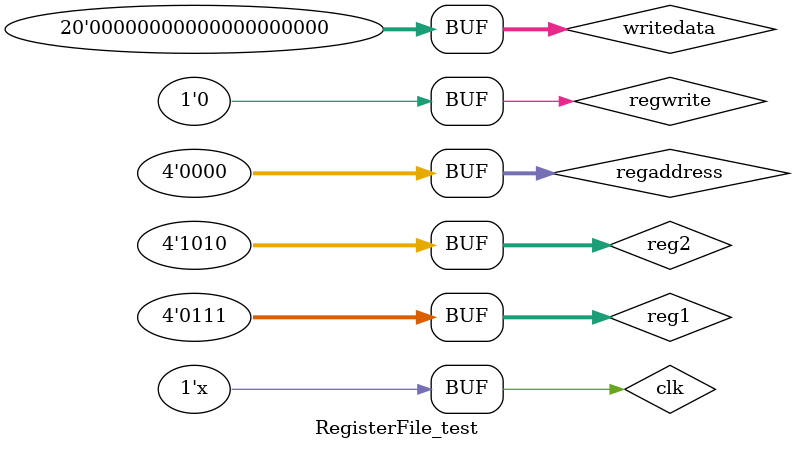
<source format=v>
`timescale 1ns / 1ps


module RegisterFile_test;

	// Inputs
	reg [3:0] reg1;
	reg [3:0] reg2;
	reg [3:0] regaddress;
	reg regwrite;
	reg [19:0] writedata;
	reg clk;

	// Outputs
	wire [19:0] reg1out;
	wire [19:0] reg2out;

	// Instantiate the Unit Under Test (UUT)
	RegisterFile uut (
		.reg1(reg1), 
		.reg2(reg2), 
		.regaddress(regaddress), 
		.regwrite(regwrite), 
		.writedata(writedata), 
		.clk(clk), 
		.reg1out(reg1out), 
		.reg2out(reg2out)
	);

	initial begin
		// Initialize Inputs
		reg1 = 0;
		reg2 = 0;
		regaddress = 0;
		regwrite = 0;
		writedata = 0;
		clk = 0;

		// Wait 100 ns for global reset to finish
		#100;
        
		// Add stimulus here
		
		reg1 = 3;
		reg2 = 4;
		regaddress = 3;
		regwrite = 1;
		writedata = 2;
		#100;
		
		reg1 = 3;
		reg2 = 4;
		regaddress = 4;
		regwrite = 1;
		writedata = 4;
		#100;
		
		reg1 = 3;
		reg2 = 4;
		regaddress = 0;
		regwrite = 0;
		writedata = 0;
		#100;
		
		reg1 = 7;
		reg2 = 10;
		regaddress = 0;
		regwrite = 0;
		writedata = 0;
		#100;

	end
	always #50 clk = ~clk;
      
endmodule


</source>
